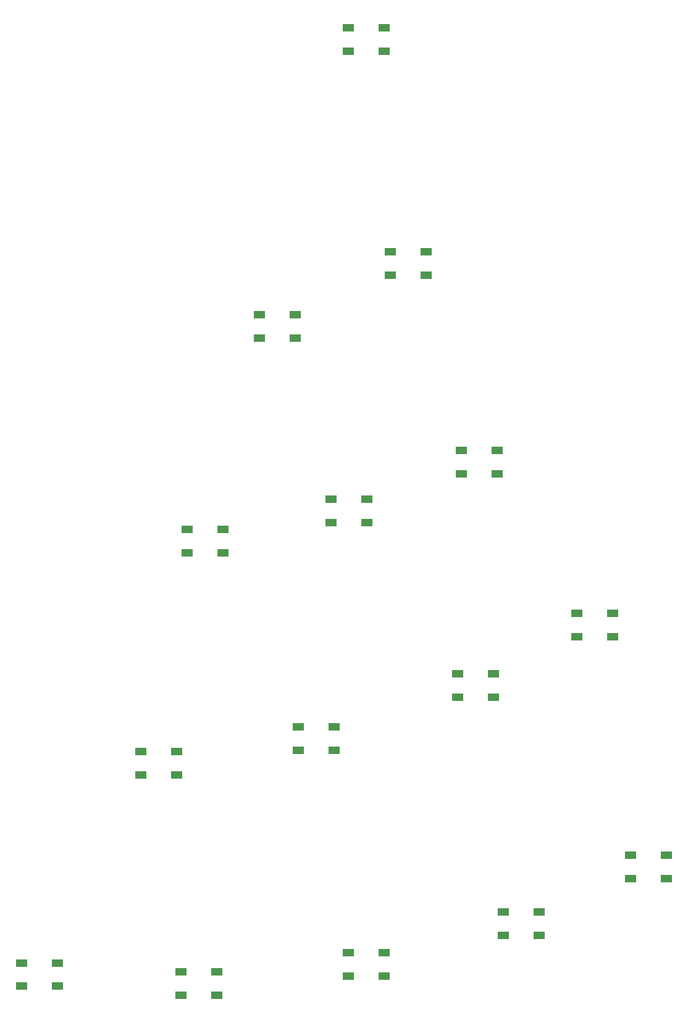
<source format=gbr>
%TF.GenerationSoftware,KiCad,Pcbnew,(5.1.10)-1*%
%TF.CreationDate,2021-10-20T09:03:38+02:00*%
%TF.ProjectId,Drvce,44727663-652e-46b6-9963-61645f706362,rev?*%
%TF.SameCoordinates,Original*%
%TF.FileFunction,Paste,Top*%
%TF.FilePolarity,Positive*%
%FSLAX46Y46*%
G04 Gerber Fmt 4.6, Leading zero omitted, Abs format (unit mm)*
G04 Created by KiCad (PCBNEW (5.1.10)-1) date 2021-10-20 09:03:38*
%MOMM*%
%LPD*%
G01*
G04 APERTURE LIST*
%ADD10R,1.500000X1.000000*%
G04 APERTURE END LIST*
D10*
%TO.C,D15*%
X101510000Y-37033000D03*
X101510000Y-33833000D03*
X96610000Y-37033000D03*
X96610000Y-33833000D03*
%TD*%
%TO.C,D14*%
X107225000Y-67767000D03*
X107225000Y-64567000D03*
X102325000Y-67767000D03*
X102325000Y-64567000D03*
%TD*%
%TO.C,D13*%
X89318000Y-76403000D03*
X89318000Y-73203000D03*
X84418000Y-76403000D03*
X84418000Y-73203000D03*
%TD*%
%TO.C,D12*%
X74512000Y-102667000D03*
X74512000Y-105867000D03*
X79412000Y-102667000D03*
X79412000Y-105867000D03*
%TD*%
%TO.C,D11*%
X94260500Y-98539500D03*
X94260500Y-101739500D03*
X99160500Y-98539500D03*
X99160500Y-101739500D03*
%TD*%
%TO.C,D10*%
X112104000Y-91872000D03*
X112104000Y-95072000D03*
X117004000Y-91872000D03*
X117004000Y-95072000D03*
%TD*%
%TO.C,D9*%
X132828200Y-117411300D03*
X132828200Y-114211300D03*
X127928200Y-117411300D03*
X127928200Y-114211300D03*
%TD*%
%TO.C,D8*%
X116508700Y-125717100D03*
X116508700Y-122517100D03*
X111608700Y-125717100D03*
X111608700Y-122517100D03*
%TD*%
%TO.C,D7*%
X140168800Y-150609100D03*
X140168800Y-147409100D03*
X135268800Y-150609100D03*
X135268800Y-147409100D03*
%TD*%
%TO.C,D6*%
X122782500Y-158394200D03*
X122782500Y-155194200D03*
X117882500Y-158394200D03*
X117882500Y-155194200D03*
%TD*%
%TO.C,D5*%
X101510000Y-163969500D03*
X101510000Y-160769500D03*
X96610000Y-163969500D03*
X96610000Y-160769500D03*
%TD*%
%TO.C,D4*%
X94652000Y-133006900D03*
X94652000Y-129806900D03*
X89752000Y-133006900D03*
X89752000Y-129806900D03*
%TD*%
%TO.C,D3*%
X73062000Y-136347000D03*
X73062000Y-133147000D03*
X68162000Y-136347000D03*
X68162000Y-133147000D03*
%TD*%
%TO.C,D2*%
X51842500Y-162166500D03*
X51842500Y-165366500D03*
X56742500Y-162166500D03*
X56742500Y-165366500D03*
%TD*%
%TO.C,D1*%
X78523000Y-166573000D03*
X78523000Y-163373000D03*
X73623000Y-166573000D03*
X73623000Y-163373000D03*
%TD*%
M02*

</source>
